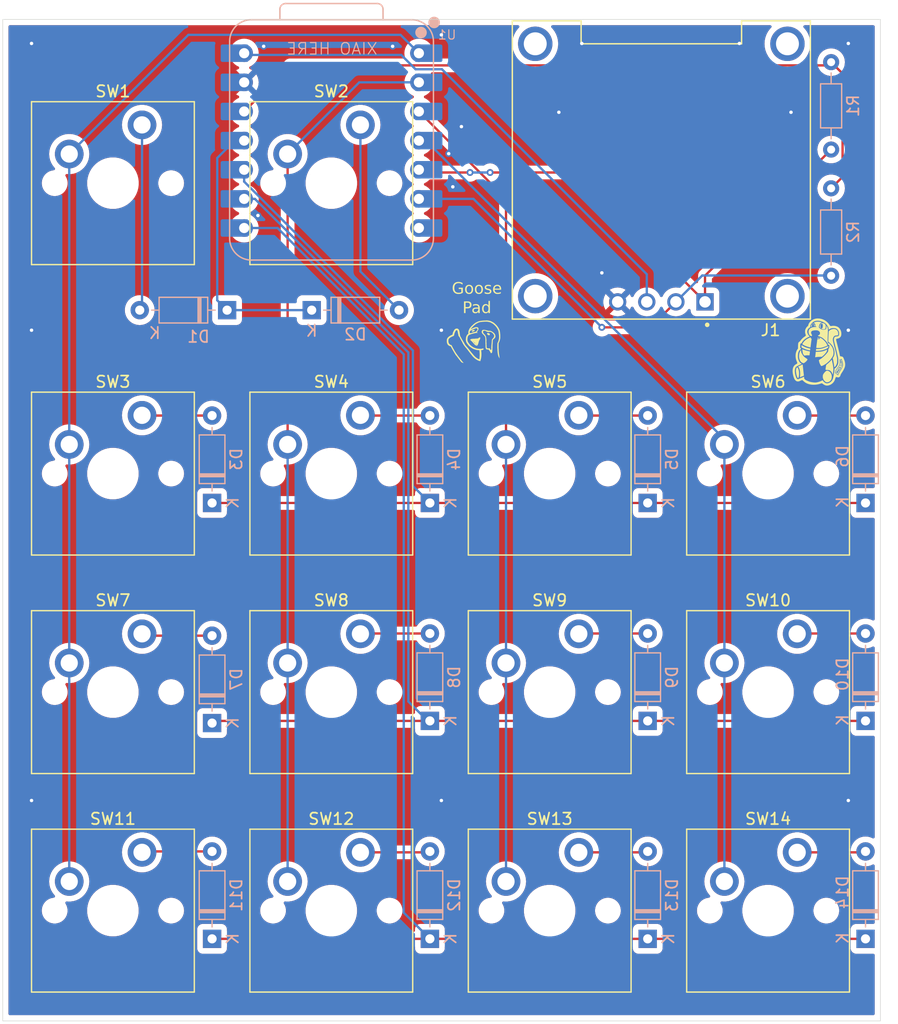
<source format=kicad_pcb>
(kicad_pcb (version 20240108) (generator "pcbnew") (generator_version "8.0")
  (layers (0 "F.Cu" signal) (31 "B.Cu" signal) (34 "B.Paste" user) (35 "F.Paste" user) (36 "B.SilkS" user "B.Silkscreen") (37 "F.SilkS" user "F.Silkscreen") (38 "B.Mask" user) (39 "F.Mask" user) (44 "Edge.Cuts" user))
  (net 0 "")
  (net 1 "ROW1")
  (net 2 "Net-(D1-A)")
  (net 3 "Net-(D2-A)")
  (net 4 "Net-(D3-A)")
  (net 5 "ROW2")
  (net 6 "Net-(D4-A)")
  (net 7 "Net-(D5-A)")
  (net 8 "Net-(D6-A)")
  (net 9 "Net-(D7-A)")
  (net 10 "ROW3")
  (net 11 "Net-(D8-A)")
  (net 12 "Net-(D9-A)")
  (net 13 "Net-(D10-A)")
  (net 14 "Net-(D11-A)")
  (net 15 "Net-(D12-A)")
  (net 16 "Net-(D13-A)")
  (net 17 "ROW0")
  (net 18 "Net-(D14-A)")
  (net 19 "+3V3")
  (net 20 "SCL")
  (net 21 "GND")
  (net 22 "SDA")
  (net 23 "COL0")
  (net 24 "COL1")
  (net 25 "COL2")
  (net 26 "COL3")
  (net 28 "+5V")
  (footprint "OLED:MODULE_DM-OLED096-636" (layer "F.Cu") (at 181.19 68.78 180)
    (property "Reference" "J1" (at -9.525 -13.97 0) (layer "F.SilkS"))
    (property "Value" "OLED_DISPLAY")
    (pad "1" thru_hole rect (at -3.81 -11.5 180) (size 1.508 1.508) (drill 1) (layers "*.Cu" "*.Mask") (net 22 "SDA"))
    (pad "2" thru_hole circle (at -1.27 -11.5 180) (size 1.508 1.508) (drill 1) (layers "*.Cu" "*.Mask") (net 20 "SCL"))
    (pad "3" thru_hole circle (at 1.27 -11.5 180) (size 1.508 1.508) (drill 1) (layers "*.Cu" "*.Mask") (net 28 "+5V"))
    (pad "4" thru_hole circle (at 3.81 -11.5 180) (size 1.508 1.508) (drill 1) (layers "*.Cu" "*.Mask") (net 21 "GND"))
    (pad "S1" thru_hole circle (at -11 -11 180) (size 3 3) (drill 2) (layers "*.Cu" "*.Mask"))
    (pad "S2" thru_hole circle (at 11 -11 180) (size 3 3) (drill 2) (layers "*.Cu" "*.Mask"))
    (pad "S3" thru_hole circle (at 11 11 180) (size 3 3) (drill 2) (layers "*.Cu" "*.Mask"))
    (pad "S4" thru_hole circle (at -11 11 180) (size 3 3) (drill 2) (layers "*.Cu" "*.Mask"))
  )
  (footprint "ScottoKeebs_MX:MX_PCB_1.00u" (layer "F.Cu") (at 171.45 95.25)
    (property "Reference" "SW5" (at 0 -8 0) (layer "F.SilkS"))
    (property "Value" "SW_Push_45deg")
    (pad "" np_thru_hole circle (at -5.08 0) (size 1.75 1.75) (drill 1.75) (layers "*.Cu" "*.Mask"))
    (pad "" np_thru_hole circle (at 0 0) (size 4 4) (drill 4) (layers "*.Cu" "*.Mask"))
    (pad "" np_thru_hole circle (at 5.08 0) (size 1.75 1.75) (drill 1.75) (layers "*.Cu" "*.Mask"))
    (pad "1" thru_hole circle (at -3.81 -2.54) (size 2.5 2.5) (drill 1.5) (layers "*.Cu" "*.Mask") (net 25 "COL2"))
    (pad "2" thru_hole circle (at 2.54 -5.08) (size 2.5 2.5) (drill 1.5) (layers "*.Cu" "*.Mask") (net 7 "Net-(D5-A)"))
  )
  (footprint "ScottoKeebs_MX:MX_PCB_1.00u" (layer "F.Cu") (at 133.35 69.93)
    (property "Reference" "SW1" (at 0 -8 0) (layer "F.SilkS"))
    (property "Value" "SW_Push_45deg")
    (pad "" np_thru_hole circle (at -5.08 0) (size 1.75 1.75) (drill 1.75) (layers "*.Cu" "*.Mask"))
    (pad "" np_thru_hole circle (at 0 0) (size 4 4) (drill 4) (layers "*.Cu" "*.Mask"))
    (pad "" np_thru_hole circle (at 5.08 0) (size 1.75 1.75) (drill 1.75) (layers "*.Cu" "*.Mask"))
    (pad "1" thru_hole circle (at -3.81 -2.54) (size 2.5 2.5) (drill 1.5) (layers "*.Cu" "*.Mask") (net 23 "COL0"))
    (pad "2" thru_hole circle (at 2.54 -5.08) (size 2.5 2.5) (drill 1.5) (layers "*.Cu" "*.Mask") (net 2 "Net-(D1-A)"))
  )
  (footprint "ScottoKeebs_MX:MX_PCB_1.00u" (layer "F.Cu") (at 190.5 114.3)
    (property "Reference" "SW10" (at 0 -8 0) (layer "F.SilkS"))
    (property "Value" "SW_Push_45deg")
    (pad "" np_thru_hole circle (at -5.08 0) (size 1.75 1.75) (drill 1.75) (layers "*.Cu" "*.Mask"))
    (pad "" np_thru_hole circle (at 0 0) (size 4 4) (drill 4) (layers "*.Cu" "*.Mask"))
    (pad "" np_thru_hole circle (at 5.08 0) (size 1.75 1.75) (drill 1.75) (layers "*.Cu" "*.Mask"))
    (pad "1" thru_hole circle (at -3.81 -2.54) (size 2.5 2.5) (drill 1.5) (layers "*.Cu" "*.Mask") (net 26 "COL3"))
    (pad "2" thru_hole circle (at 2.54 -5.08) (size 2.5 2.5) (drill 1.5) (layers "*.Cu" "*.Mask") (net 13 "Net-(D10-A)"))
  )
  (footprint "ScottoKeebs_MX:MX_PCB_1.00u" (layer "F.Cu") (at 133.35 114.3)
    (property "Reference" "SW7" (at 0 -8 0) (layer "F.SilkS"))
    (property "Value" "SW_Push_45deg")
    (pad "" np_thru_hole circle (at -5.08 0) (size 1.75 1.75) (drill 1.75) (layers "*.Cu" "*.Mask"))
    (pad "" np_thru_hole circle (at 0 0) (size 4 4) (drill 4) (layers "*.Cu" "*.Mask"))
    (pad "" np_thru_hole circle (at 5.08 0) (size 1.75 1.75) (drill 1.75) (layers "*.Cu" "*.Mask"))
    (pad "1" thru_hole circle (at -3.81 -2.54) (size 2.5 2.5) (drill 1.5) (layers "*.Cu" "*.Mask") (net 23 "COL0"))
    (pad "2" thru_hole circle (at 2.54 -5.08) (size 2.5 2.5) (drill 1.5) (layers "*.Cu" "*.Mask") (net 9 "Net-(D7-A)"))
  )
  (footprint "ScottoKeebs_MX:MX_PCB_1.00u" (layer "F.Cu") (at 152.4 133.35)
    (property "Reference" "SW12" (at 0 -8 0) (layer "F.SilkS"))
    (property "Value" "SW_Push_45deg")
    (pad "" np_thru_hole circle (at -5.08 0) (size 1.75 1.75) (drill 1.75) (layers "*.Cu" "*.Mask"))
    (pad "" np_thru_hole circle (at 0 0) (size 4 4) (drill 4) (layers "*.Cu" "*.Mask"))
    (pad "" np_thru_hole circle (at 5.08 0) (size 1.75 1.75) (drill 1.75) (layers "*.Cu" "*.Mask"))
    (pad "1" thru_hole circle (at -3.81 -2.54) (size 2.5 2.5) (drill 1.5) (layers "*.Cu" "*.Mask") (net 24 "COL1"))
    (pad "2" thru_hole circle (at 2.54 -5.08) (size 2.5 2.5) (drill 1.5) (layers "*.Cu" "*.Mask") (net 15 "Net-(D12-A)"))
  )
  (footprint "LOGO" (layer "F.Cu") (at 194.93 84.65)
    (property "Reference" "G***" (hide yes))
    (property "Value" "LOGO" (hide yes))
  )
  (footprint "ScottoKeebs_MX:MX_PCB_1.00u" (layer "F.Cu") (at 190.5 95.25)
    (property "Reference" "SW6" (at 0 -8 0) (layer "F.SilkS"))
    (property "Value" "SW_Push_45deg")
    (pad "" np_thru_hole circle (at -5.08 0) (size 1.75 1.75) (drill 1.75) (layers "*.Cu" "*.Mask"))
    (pad "" np_thru_hole circle (at 0 0) (size 4 4) (drill 4) (layers "*.Cu" "*.Mask"))
    (pad "" np_thru_hole circle (at 5.08 0) (size 1.75 1.75) (drill 1.75) (layers "*.Cu" "*.Mask"))
    (pad "1" thru_hole circle (at -3.81 -2.54) (size 2.5 2.5) (drill 1.5) (layers "*.Cu" "*.Mask") (net 26 "COL3"))
    (pad "2" thru_hole circle (at 2.54 -5.08) (size 2.5 2.5) (drill 1.5) (layers "*.Cu" "*.Mask") (net 8 "Net-(D6-A)"))
  )
  (footprint "ScottoKeebs_MX:MX_PCB_1.00u" (layer "F.Cu") (at 152.4 95.25)
    (property "Reference" "SW4" (at 0 -8 0) (layer "F.SilkS"))
    (property "Value" "SW_Push_45deg")
    (pad "" np_thru_hole circle (at -5.08 0) (size 1.75 1.75) (drill 1.75) (layers "*.Cu" "*.Mask"))
    (pad "" np_thru_hole circle (at 0 0) (size 4 4) (drill 4) (layers "*.Cu" "*.Mask"))
    (pad "" np_thru_hole circle (at 5.08 0) (size 1.75 1.75) (drill 1.75) (layers "*.Cu" "*.Mask"))
    (pad "1" thru_hole circle (at -3.81 -2.54) (size 2.5 2.5) (drill 1.5) (layers "*.Cu" "*.Mask") (net 24 "COL1"))
    (pad "2" thru_hole circle (at 2.54 -5.08) (size 2.5 2.5) (drill 1.5) (layers "*.Cu" "*.Mask") (net 6 "Net-(D4-A)"))
  )
  (footprint "ScottoKeebs_MX:MX_PCB_1.00u" (layer "F.Cu") (at 133.35 95.25)
    (property "Reference" "SW3" (at 0 -8 0) (layer "F.SilkS"))
    (property "Value" "SW_Push_45deg")
    (pad "" np_thru_hole circle (at -5.08 0) (size 1.75 1.75) (drill 1.75) (layers "*.Cu" "*.Mask"))
    (pad "" np_thru_hole circle (at 0 0) (size 4 4) (drill 4) (layers "*.Cu" "*.Mask"))
    (pad "" np_thru_hole circle (at 5.08 0) (size 1.75 1.75) (drill 1.75) (layers "*.Cu" "*.Mask"))
    (pad "1" thru_hole circle (at -3.81 -2.54) (size 2.5 2.5) (drill 1.5) (layers "*.Cu" "*.Mask") (net 23 "COL0"))
    (pad "2" thru_hole circle (at 2.54 -5.08) (size 2.5 2.5) (drill 1.5) (layers "*.Cu" "*.Mask") (net 4 "Net-(D3-A)"))
  )
  (footprint "ScottoKeebs_MX:MX_PCB_1.00u" (layer "F.Cu") (at 171.45 133.35)
    (property "Reference" "SW13" (at 0 -8 0) (layer "F.SilkS"))
    (property "Value" "SW_Push_45deg")
    (pad "" np_thru_hole circle (at -5.08 0) (size 1.75 1.75) (drill 1.75) (layers "*.Cu" "*.Mask"))
    (pad "" np_thru_hole circle (at 0 0) (size 4 4) (drill 4) (layers "*.Cu" "*.Mask"))
    (pad "" np_thru_hole circle (at 5.08 0) (size 1.75 1.75) (drill 1.75) (layers "*.Cu" "*.Mask"))
    (pad "1" thru_hole circle (at -3.81 -2.54) (size 2.5 2.5) (drill 1.5) (layers "*.Cu" "*.Mask") (net 25 "COL2"))
    (pad "2" thru_hole circle (at 2.54 -5.08) (size 2.5 2.5) (drill 1.5) (layers "*.Cu" "*.Mask") (net 16 "Net-(D13-A)"))
  )
  (footprint "ScottoKeebs_MX:MX_PCB_1.00u" (layer "F.Cu") (at 171.45 114.3)
    (property "Reference" "SW9" (at 0 -8 0) (layer "F.SilkS"))
    (property "Value" "SW_Push_45deg")
    (pad "" np_thru_hole circle (at -5.08 0) (size 1.75 1.75) (drill 1.75) (layers "*.Cu" "*.Mask"))
    (pad "" np_thru_hole circle (at 0 0) (size 4 4) (drill 4) (layers "*.Cu" "*.Mask"))
    (pad "" np_thru_hole circle (at 5.08 0) (size 1.75 1.75) (drill 1.75) (layers "*.Cu" "*.Mask"))
    (pad "1" thru_hole circle (at -3.81 -2.54) (size 2.5 2.5) (drill 1.5) (layers "*.Cu" "*.Mask") (net 25 "COL2"))
    (pad "2" thru_hole circle (at 2.54 -5.08) (size 2.5 2.5) (drill 1.5) (layers "*.Cu" "*.Mask") (net 12 "Net-(D9-A)"))
  )
  (footprint "ScottoKeebs_MX:MX_PCB_1.00u" (layer "F.Cu") (at 133.35 133.35)
    (property "Reference" "SW11" (at 0 -8 0) (layer "F.SilkS"))
    (property "Value" "SW_Push_45deg")
    (pad "" np_thru_hole circle (at -5.08 0) (size 1.75 1.75) (drill 1.75) (layers "*.Cu" "*.Mask"))
    (pad "" np_thru_hole circle (at 0 0) (size 4 4) (drill 4) (layers "*.Cu" "*.Mask"))
    (pad "" np_thru_hole circle (at 5.08 0) (size 1.75 1.75) (drill 1.75) (layers "*.Cu" "*.Mask"))
    (pad "1" thru_hole circle (at -3.81 -2.54) (size 2.5 2.5) (drill 1.5) (layers "*.Cu" "*.Mask") (net 23 "COL0"))
    (pad "2" thru_hole circle (at 2.54 -5.08) (size 2.5 2.5) (drill 1.5) (layers "*.Cu" "*.Mask") (net 14 "Net-(D11-A)"))
  )
  (footprint "ScottoKeebs_MX:MX_PCB_1.00u" (layer "F.Cu") (at 190.5 133.35)
    (property "Reference" "SW14" (at 0 -8 0) (layer "F.SilkS"))
    (property "Value" "SW_Push_45deg")
    (pad "" np_thru_hole circle (at -5.08 0) (size 1.75 1.75) (drill 1.75) (layers "*.Cu" "*.Mask"))
    (pad "" np_thru_hole circle (at 0 0) (size 4 4) (drill 4) (layers "*.Cu" "*.Mask"))
    (pad "" np_thru_hole circle (at 5.08 0) (size 1.75 1.75) (drill 1.75) (layers "*.Cu" "*.Mask"))
    (pad "1" thru_hole circle (at -3.81 -2.54) (size 2.5 2.5) (drill 1.5) (layers "*.Cu" "*.Mask") (net 26 "COL3"))
    (pad "2" thru_hole circle (at 2.54 -5.08) (size 2.5 2.5) (drill 1.5) (layers "*.Cu" "*.Mask") (net 18 "Net-(D14-A)"))
  )
  (footprint "ScottoKeebs_MX:MX_PCB_1.00u" (layer "F.Cu") (at 152.4 114.3)
    (property "Reference" "SW8" (at 0 -8 0) (layer "F.SilkS"))
    (property "Value" "SW_Push_45deg")
    (pad "" np_thru_hole circle (at -5.08 0) (size 1.75 1.75) (drill 1.75) (layers "*.Cu" "*.Mask"))
    (pad "" np_thru_hole circle (at 0 0) (size 4 4) (drill 4) (layers "*.Cu" "*.Mask"))
    (pad "" np_thru_hole circle (at 5.08 0) (size 1.75 1.75) (drill 1.75) (layers "*.Cu" "*.Mask"))
    (pad "1" thru_hole circle (at -3.81 -2.54) (size 2.5 2.5) (drill 1.5) (layers "*.Cu" "*.Mask") (net 24 "COL1"))
    (pad "2" thru_hole circle (at 2.54 -5.08) (size 2.5 2.5) (drill 1.5) (layers "*.Cu" "*.Mask") (net 11 "Net-(D8-A)"))
  )
  (footprint "LOGO" (layer "F.Cu") (at 164.8 83.75)
    (property "Reference" "G***" (hide yes))
    (property "Value" "LOGO" (hide yes))
  )
  (footprint "ScottoKeebs_MX:MX_PCB_1.00u" (layer "F.Cu") (at 152.4 69.93)
    (property "Reference" "SW2" (at 0 -8 0) (layer "F.SilkS"))
    (property "Value" "SW_Push_45deg")
    (pad "" np_thru_hole circle (at -5.08 0) (size 1.75 1.75) (drill 1.75) (layers "*.Cu" "*.Mask"))
    (pad "" np_thru_hole circle (at 0 0) (size 4 4) (drill 4) (layers "*.Cu" "*.Mask"))
    (pad "" np_thru_hole circle (at 5.08 0) (size 1.75 1.75) (drill 1.75) (layers "*.Cu" "*.Mask"))
    (pad "1" thru_hole circle (at -3.81 -2.54) (size 2.5 2.5) (drill 1.5) (layers "*.Cu" "*.Mask") (net 24 "COL1"))
    (pad "2" thru_hole circle (at 2.54 -5.08) (size 2.5 2.5) (drill 1.5) (layers "*.Cu" "*.Mask") (net 3 "Net-(D2-A)"))
  )
  (footprint "Diode_THT:D_DO-35_SOD27_P7.62mm_Horizontal" (layer "B.Cu") (at 180 97.81 90)
    (property "Reference" "D5" (at 3.81 2.12 90) (layer "B.SilkS") (effects (justify mirror)))
    (property "Value" "1N4148")
    (fp_text user "K" (at 0 1.8 90) (layer "B.SilkS") (effects (justify mirror)))
    (pad "1" thru_hole rect (at 0 0 90) (size 1.6 1.6) (drill 0.8) (layers "*.Cu" "*.Mask") (net 1 "ROW1"))
    (pad "2" thru_hole oval (at 7.62 0 90) (size 1.6 1.6) (drill 0.8) (layers "*.Cu" "*.Mask") (net 7 "Net-(D5-A)"))
  )
  (footprint "Diode_THT:D_DO-35_SOD27_P7.62mm_Horizontal" (layer "B.Cu") (at 142 117 90)
    (property "Reference" "D7" (at 3.81 2.12 90) (layer "B.SilkS") (effects (justify mirror)))
    (property "Value" "1N4148")
    (fp_text user "K" (at 0 1.8 90) (layer "B.SilkS") (effects (justify mirror)))
    (pad "1" thru_hole rect (at 0 0 90) (size 1.6 1.6) (drill 0.8) (layers "*.Cu" "*.Mask") (net 5 "ROW2"))
    (pad "2" thru_hole oval (at 7.62 0 90) (size 1.6 1.6) (drill 0.8) (layers "*.Cu" "*.Mask") (net 9 "Net-(D7-A)"))
  )
  (footprint "Diode_THT:D_DO-35_SOD27_P7.62mm_Horizontal" (layer "B.Cu") (at 180 135.81 90)
    (property "Reference" "D13" (at 3.81 2.12 90) (layer "B.SilkS") (effects (justify mirror)))
    (property "Value" "1N4148")
    (fp_text user "K" (at 0 1.8 90) (layer "B.SilkS") (effects (justify mirror)))
    (pad "1" thru_hole rect (at 0 0 90) (size 1.6 1.6) (drill 0.8) (layers "*.Cu" "*.Mask") (net 10 "ROW3"))
    (pad "2" thru_hole oval (at 7.62 0 90) (size 1.6 1.6) (drill 0.8) (layers "*.Cu" "*.Mask") (net 16 "Net-(D13-A)"))
  )
  (footprint "Diode_THT:D_DO-35_SOD27_P7.62mm_Horizontal" (layer "B.Cu") (at 161 116.81 90)
    (property "Reference" "D8" (at 3.81 2.12 90) (layer "B.SilkS") (effects (justify mirror)))
    (property "Value" "1N4148")
    (fp_text user "K" (at 0 1.8 90) (layer "B.SilkS") (effects (justify mirror)))
    (pad "1" thru_hole rect (at 0 0 90) (size 1.6 1.6) (drill 0.8) (layers "*.Cu" "*.Mask") (net 5 "ROW2"))
    (pad "2" thru_hole oval (at 7.62 0 90) (size 1.6 1.6) (drill 0.8) (layers "*.Cu" "*.Mask") (net 11 "Net-(D8-A)"))
  )
  (footprint "Diode_THT:D_DO-35_SOD27_P7.62mm_Horizontal" (layer "B.Cu") (at 199 116.81 90)
    (property "Reference" "D10" (at 4.06 -2 90) (layer "B.SilkS") (effects (justify mirror)))
    (property "Value" "1N4148")
    (fp_text user "K" (at 0.06 -2 90) (layer "B.SilkS") (effects (justify mirror)))
    (pad "1" thru_hole rect (at 0 0 90) (size 1.6 1.6) (drill 0.8) (layers "*.Cu" "*.Mask") (net 5 "ROW2"))
    (pad "2" thru_hole oval (at 7.62 0 90) (size 1.6 1.6) (drill 0.8) (layers "*.Cu" "*.Mask") (net 13 "Net-(D10-A)"))
  )
  (footprint "Diode_THT:D_DO-35_SOD27_P7.62mm_Horizontal" (layer "B.Cu") (at 161 97.81 90)
    (property "Reference" "D4" (at 3.81 2.12 90) (layer "B.SilkS") (effects (justify mirror)))
    (property "Value" "1N4148")
    (fp_text user "K" (at 0 1.8 90) (layer "B.SilkS") (effects (justify mirror)))
    (pad "1" thru_hole rect (at 0 0 90) (size 1.6 1.6) (drill 0.8) (layers "*.Cu" "*.Mask") (net 1 "ROW1"))
    (pad "2" thru_hole oval (at 7.62 0 90) (size 1.6 1.6) (drill 0.8) (layers "*.Cu" "*.Mask") (net 6 "Net-(D4-A)"))
  )
  (footprint "Diode_THT:D_DO-35_SOD27_P7.62mm_Horizontal" (layer "B.Cu") (at 180 116.81 90)
    (property "Reference" "D9" (at 3.81 2.12 90) (layer "B.SilkS") (effects (justify mirror)))
    (property "Value" "1N4148")
    (fp_text user "K" (at 0 1.8 90) (layer "B.SilkS") (effects (justify mirror)))
    (pad "1" thru_hole rect (at 0 0 90) (size 1.6 1.6) (drill 0.8) (layers "*.Cu" "*.Mask") (net 5 "ROW2"))
    (pad "2" thru_hole oval (at 7.62 0 90) (size 1.6 1.6) (drill 0.8) (layers "*.Cu" "*.Mask") (net 12 "Net-(D9-A)"))
  )
  (footprint "Diode_THT:D_DO-35_SOD27_P7.62mm_Horizontal" (layer "B.Cu") (at 150.69 81)
    (property "Reference" "D2" (at 3.81 2.12 360) (layer "B.SilkS") (effects (justify mirror)))
    (property "Value" "1N4148")
    (fp_text user "K" (at 0 1.8 360) (layer "B.SilkS") (effects (justify mirror)))
    (pad "1" thru_hole rect (at 0 0) (size 1.6 1.6) (drill 0.8) (layers "*.Cu" "*.Mask") (net 17 "ROW0"))
    (pad "2" thru_hole oval (at 7.62 0) (size 1.6 1.6) (drill 0.8) (layers "*.Cu" "*.Mask") (net 3 "Net-(D2-A)"))
  )
  (footprint "Diode_THT:D_DO-35_SOD27_P7.62mm_Horizontal" (layer "B.Cu") (at 142 135.81 90)
    (property "Reference" "D11" (at 3.81 2.12 90) (layer "B.SilkS") (effects (justify mirror)))
    (property "Value" "1N4148")
    (fp_text user "K" (at 0 1.8 90) (layer "B.SilkS") (effects (justify mirror)))
    (pad "1" thru_hole rect (at 0 0 90) (size 1.6 1.6) (drill 0.8) (layers "*.Cu" "*.Mask") (net 10 "ROW3"))
    (pad "2" thru_hole oval (at 7.62 0 90) (size 1.6 1.6) (drill 0.8) (layers "*.Cu" "*.Mask") (net 14 "Net-(D11-A)"))
  )
  (footprint "Resistor_THT:R_Axial_DIN0204_L3.6mm_D1.6mm_P7.62mm_Horizontal" (layer "B.Cu") (at 196 67 90)
    (property "Reference" "R1" (at 3.81 1.92 90) (layer "B.SilkS") (effects (justify mirror)))
    (property "Value" "R")
    (pad "1" thru_hole circle (at 0 0 90) (size 1.4 1.4) (drill 0.7) (layers "*.Cu" "*.Mask") (net 22 "SDA"))
    (pad "2" thru_hole oval (at 7.62 0 90) (size 1.4 1.4) (drill 0.7) (layers "*.Cu" "*.Mask") (net 19 "+3V3"))
  )
  (footprint "Diode_THT:D_DO-35_SOD27_P7.62mm_Horizontal" (layer "B.Cu") (at 161 135.81 90)
    (property "Reference" "D12" (at 3.81 2.12 90) (layer "B.SilkS") (effects (justify mirror)))
    (property "Value" "1N4148")
    (fp_text user "K" (at 0 1.8 90) (layer "B.SilkS") (effects (justify mirror)))
    (pad "1" thru_hole rect (at 0 0 90) (size 1.6 1.6) (drill 0.8) (layers "*.Cu" "*.Mask") (net 10 "ROW3"))
    (pad "2" thru_hole oval (at 7.62 0 90) (size 1.6 1.6) (drill 0.8) (layers "*.Cu" "*.Mask") (net 15 "Net-(D12-A)"))
  )
  (footprint "Diode_THT:D_DO-35_SOD27_P7.62mm_Horizontal" (layer "B.Cu") (at 199 97.81 90)
    (property "Reference" "D6" (at 4.06 -2 90) (layer "B.SilkS") (effects (justify mirror)))
    (property "Value" "1N4148")
    (fp_text user "K" (at 0.06 -2 90) (layer "B.SilkS") (effects (justify mirror)))
    (pad "1" thru_hole rect (at 0 0 90) (size 1.6 1.6) (drill 0.8) (layers "*.Cu" "*.Mask") (net 1 "ROW1"))
    (pad "2" thru_hole oval (at 7.62 0 90) (size 1.6 1.6) (drill 0.8) (layers "*.Cu" "*.Mask") (net 8 "Net-(D6-A)"))
  )
  (footprint "XIAO:XIAO-RP2040-DIP" (layer "B.Cu") (at 152.42 66.22 180)
    (property "Reference" "U1" (at -10.08 9.22 0) (layer "B.SilkS") (effects (font (size 0.8 0.8) (thickness 0.1016)) (justify mirror)))
    (property "Value" "XIAO-RP2040-DIP")
    (pad "1" smd roundrect (at -8.455 7.62) (size 2.432 1.524) (layers "B.Cu" "B.Mask") (roundrect_rratio 0.1) (net 23 "COL0"))
    (pad "1" thru_hole circle (at -7.62 7.62) (size 1.524 1.524) (drill 0.889) (layers "*.Cu" "*.Mask") (net 23 "COL0"))
    (pad "2" smd roundrect (at -8.455 5.08) (size 2.432 1.524) (layers "B.Cu" "B.Mask") (roundrect_rratio 0.1) (net 24 "COL1"))
    (pad "2" thru_hole circle (at -7.62 5.08) (size 1.524 1.524) (drill 0.889) (layers "*.Cu" "*.Mask") (net 24 "COL1"))
    (pad "3" smd roundrect (at -8.455 2.54) (size 2.432 1.524) (layers "B.Cu" "B.Mask") (roundrect_rratio 0.1) (net 25 "COL2"))
    (pad "3" thru_hole circle (at -7.62 2.54) (size 1.524 1.524) (drill 0.889) (layers "*.Cu" "*.Mask") (net 25 "COL2"))
    (pad "4" smd roundrect (at -8.455 0) (size 2.432 1.524) (layers "B.Cu" "B.Mask") (roundrect_rratio 0.1) (net 26 "COL3"))
    (pad "4" thru_hole circle (at -7.62 0) (size 1.524 1.524) (drill 0.889) (layers "*.Cu" "*.Mask") (net 26 "COL3"))
    (pad "5" smd roundrect (at -8.455 -2.54) (size 2.432 1.524) (layers "B.Cu" "B.Mask") (roundrect_rratio 0.1) (net 22 "SDA"))
    (pad "5" thru_hole circle (at -7.62 -2.54) (size 1.524 1.524) (drill 0.889) (layers "*.Cu" "*.Mask") (net 22 "SDA"))
    (pad "6" smd roundrect (at -8.455 -5.08) (size 2.432 1.524) (layers "B.Cu" "B.Mask") (roundrect_rratio 0.1) (net 20 "SCL"))
    (pad "6" thru_hole circle (at -7.62 -5.08) (size 1.524 1.524) (drill 0.889) (layers "*.Cu" "*.Mask") (net 20 "SCL"))
    (pad "7" smd roundrect (at -8.455 -7.62) (size 2.432 1.524) (layers "B.Cu" "B.Mask") (roundrect_rratio 0.1))
    (pad "7" thru_hole circle (at -7.62 -7.62) (size 1.524 1.524) (drill 0.889) (layers "*.Cu" "*.Mask"))
    (pad "8" thru_hole circle (at 7.62 -7.62 180) (size 1.524 1.524) (drill 0.889) (layers "*.Cu" "*.Mask") (net 10 "ROW3"))
    (pad "8" smd roundrect (at 8.455 -7.62 180) (size 2.432 1.524) (layers "B.Cu" "B.Mask") (roundrect_rratio 0.1) (net 10 "ROW3"))
    (pad "9" thru_hole circle (at 7.62 -5.08 180) (size 1.524 1.524) (drill 0.889) (layers "*.Cu" "*.Mask") (net 5 "ROW2"))
    (pad "9" smd roundrect (at 8.455 -5.08 180) (size 2.432 1.524) (layers "B.Cu" "B.Mask") (roundrect_rratio 0.1) (net 5 "ROW2"))
    (pad "10" thru_hole circle (at 7.62 -2.54 180) (size 1.524 1.524) (drill 0.889) (layers "*.Cu" "*.Mask") (net 1 "ROW1"))
    (pad "10" smd roundrect (at 8.455 -2.54 180) (size 2.432 1.524) (layers "B.Cu" "B.Mask") (roundrect_rratio 0.1) (net 1 "ROW1"))
    (pad "11" thru_hole circle (at 7.62 0 180) (size 1.524 1.524) (drill 0.889) (layers "*.Cu" "*.Mask") (net 17 "ROW0"))
    (pad "11" smd roundrect (at 8.455 0 180) (size 2.432 1.524) (layers "B.Cu" "B.Mask") (roundrect_rratio 0.1) (net 17 "ROW0"))
    (pad "12" thru_hole circle (at 7.62 2.54 180) (size 1.524 1.524) (drill 0.889) (layers "*.Cu" "*.Mask") (net 19 "+3V3"))
    (pad "12" smd roundrect (at 8.455 2.54 180) (size 2.432 1.524) (layers "B.Cu" "B.Mask") (roundrect_rratio 0.1) (net 19 "+3V3"))
    (pad "13" thru_hole circle (at 7.62 5.08 180) (size 1.524 1.524) (drill 0.889) (layers "*.Cu" "*.Mask") (net 21 "GND"))
    (pad "13" smd roundrect (at 8.455 5.08 180) (size 2.432 1.524) (layers "B.Cu" "B.Mask") (roundrect_rratio 0.1) (net 21 "GND"))
    (pad "14" thru_hole circle (at 7.62 7.62 180) (size 1.524 1.524) (drill 0.889) (layers "*.Cu" "*.Mask") (net 28 "+5V"))
    (pad "14" smd roundrect (at 8.455 7.62 180) (size 2.432 1.524) (layers "B.Cu" "B.Mask") (roundrect_rratio 0.1) (net 28 "+5V"))
  )
  (footprint "Diode_THT:D_DO-35_SOD27_P7.62mm_Horizontal" (layer "B.Cu") (at 142 97.81 90)
    (property "Reference" "D3" (at 3.81 2.12 90) (layer "B.SilkS") (effects (justify mirror)))
    (property "Value" "1N4148")
    (fp_text user "K" (at 0 1.8 90) (layer "B.SilkS") (effects (justify mirror)))
    (pad "1" thru_hole rect (at 0 0 90) (size 1.6 1.6) (drill 0.8) (layers "*.Cu" "*.Mask") (net 1 "ROW1"))
    (pad "2" thru_hole oval (at 7.62 0 90) (size 1.6 1.6) (drill 0.8) (layers "*.Cu" "*.Mask") (net 4 "Net-(D3-A)"))
  )
  (footprint "Resistor_THT:R_Axial_DIN0204_L3.6mm_D1.6mm_P7.62mm_Horizontal" (layer "B.Cu") (at 196 78 90)
    (property "Reference" "R2" (at 3.81 1.92 90) (layer "B.SilkS") (effects (justify mirror)))
    (property "Value" "R")
    (pad "1" thru_hole circle (at 0 0 90) (size 1.4 1.4) (drill 0.7) (layers "*.Cu" "*.Mask") (net 20 "SCL"))
    (pad "2" thru_hole oval (at 7.62 0 90) (size 1.4 1.4) (drill 0.7) (layers "*.Cu" "*.Mask") (net 19 "+3V3"))
  )
  (footprint "Diode_THT:D_DO-35_SOD27_P7.62mm_Horizontal" (layer "B.Cu") (at 199 135.81 90)
    (property "Reference" "D14" (at 4.06 -2 90) (layer "B.SilkS") (effects (justify mirror)))
    (property "Value" "1N4148")
    (fp_text user "K" (at 0.06 -2 90) (layer "B.SilkS") (effects (justify mirror)))
    (pad "1" thru_hole rect (at 0 0 90) (size 1.6 1.6) (drill 0.8) (layers "*.Cu" "*.Mask") (net 10 "ROW3"))
    (pad "2" thru_hole oval (at 7.62 0 90) (size 1.6 1.6) (drill 0.8) (layers "*.Cu" "*.Mask") (net 18 "Net-(D14-A)"))
  )
  (footprint "Diode_THT:D_DO-35_SOD27_P7.62mm_Horizontal" (layer "B.Cu") (at 143.31 81 180)
    (property "Reference" "D1" (at 2.5 -2.32 180) (layer "B.SilkS") (effects (justify mirror)))
    (property "Value" "1N4148")
    (fp_text user "K" (at 6.31 -2 180) (layer "B.SilkS") (effects (justify mirror)))
    (pad "1" thru_hole rect (at 0 0 180) (size 1.6 1.6) (drill 0.8) (layers "*.Cu" "*.Mask") (net 17 "ROW0"))
    (pad "2" thru_hole oval (at 7.62 0 180) (size 1.6 1.6) (drill 0.8) (layers "*.Cu" "*.Mask") (net 2 "Net-(D1-A)"))
  )
  (gr_rect (start 123.7406 55.66) (end 200.3006 142.965) (stroke (width 0.05)) (fill none) (layer "Edge.Cuts"))
  (gr_text "XIAO HERE" (at 156.5 58.8 0) (layer "B.SilkS") (effects (font (size 1 1) (thickness 0.1)) (justify left bottom mirror)))
  (gr_text "Goose\nPad" (at 165.1 80 0) (layer "F.SilkS") (effects (font (size 1 1) (thickness 0.1))))
  (segment (start 161 97.81) (end 180 97.81) (width 0.2) (layer "F.Cu") (net 1))
  (segment (start 142 97.81) (end 161 97.81) (width 0.2) (layer "F.Cu") (net 1))
  (segment (start 180 97.81) (end 199 97.81) (width 0.2) (layer "F.Cu") (net 1))
  (segment (start 148 73) (end 148 72.998105) (width 0.2) (layer "B.Cu") (net 1))
  (segment (start 159.52 96.33) (end 161 97.81) (width 0.2) (layer "B.Cu") (net 1))
  (segment (start 144.8 69.798105) (end 144.8 68.76) (width 0.2) (layer "B.Cu") (net 1))
  (segment (start 148 72.998105) (end 144.8 69.798105) (width 0.2) (layer "B.Cu") (net 1))
  (segment (start 159.52 84.52) (end 159.52 96.33) (width 0.2) (layer "B.Cu") (net 1))
  (segment (start 148 73) (end 159.52 84.52) (width 0.2) (layer "B.Cu") (net 1))
  (segment (start 135.69 81) (end 135.89 80.8) (width 0.2) (layer "B.Cu") (net 2))
  (segment (start 135.89 80.8) (end 135.89 64.85) (width 0.2) (layer "B.Cu") (net 2))
  (segment (start 158.31 81) (end 154.94 77.63) (width 0.2) (layer "B.Cu") (net 3))
  (segment (start 154.94 77.63) (end 154.94 64.85) (width 0.2) (layer "B.Cu") (net 3))
  (segment (start 135.91 90.19) (end 135.89 90.17) (width 0.2) (layer "F.Cu") (net 4))
  (segment (start 142 90.19) (end 135.91 90.19) (width 0.2) (layer "F.Cu") (net 4))
  (segment (start 180 116.81) (end 161 116.81) (width 0.2) (layer "F.Cu") (net 5))
  (segment (start 199 116.81) (end 180 116.81) (width 0.2) (layer "F.Cu") (net 5))
  (segment (start 142.19 116.81) (end 142 117) (width 0.2) (layer "F.Cu") (net 5))
  (segment (start 161 116.81) (end 142.19 116.81) (width 0.2) (layer "F.Cu") (net 5))
  (segment (start 145.734314 71.3) (end 144.8 71.3) (width 0.2) (layer "B.Cu") (net 5))
  (segment (start 161 116.81) (end 160.81 116.81) (width 0.2) (layer "B.Cu") (net 5))
  (segment (start 160.81 116.81) (end 159.12 115.12) (width 0.2) (layer "B.Cu") (net 5))
  (segment (start 159.12 115.12) (end 159.12 84.685686) (width 0.2) (layer "B.Cu") (net 5))
  (segment (start 159.12 84.685686) (end 145.734314 71.3) (width 0.2) (layer "B.Cu") (net 5))
  (segment (start 161 90.19) (end 154.96 90.19) (width 0.2) (layer "F.Cu") (net 6))
  (segment (start 154.96 90.19) (end 154.94 90.17) (width 0.2) (layer "F.Cu") (net 6))
  (segment (start 174.01 90.19) (end 173.99 90.17) (width 0.2) (layer "F.Cu") (net 7))
  (segment (start 180 90.19) (end 174.01 90.19) (width 0.2) (layer "F.Cu") (net 7))
  (segment (start 193.06 90.19) (end 193.04 90.17) (width 0.2) (layer "F.Cu") (net 8))
  (segment (start 199 90.19) (end 193.06 90.19) (width 0.2) (layer "F.Cu") (net 8))
  (segment (start 136.05 109.38) (end 135.89 109.22) (width 0.2) (layer "F.Cu") (net 9))
  (segment (start 142 109.38) (end 136.05 109.38) (width 0.2) (layer "F.Cu") (net 9))
  (segment (start 161 135.81) (end 180 135.81) (width 0.2) (layer "F.Cu") (net 10))
  (segment (start 142 135.81) (end 161 135.81) (width 0.2) (layer "F.Cu") (net 10))
  (segment (start 180 135.81) (end 199 135.81) (width 0.2) (layer "F.Cu") (net 10))
  (segment (start 158.72 84.851372) (end 158.72 133.53) (width 0.2) (layer "B.Cu") (net 10))
  (segment (start 144.8 73.84) (end 147.708628 73.84) (width 0.2) (layer "B.Cu") (net 10))
  (segment (start 158.72 133.53) (end 161 135.81) (width 0.2) (layer "B.Cu") (net 10))
  (segment (start 147.708628 73.84) (end 158.72 84.851372) (width 0.2) (layer "B.Cu") (net 10))
  (segment (start 161 109.19) (end 154.97 109.19) (width 0.2) (layer "F.Cu") (net 11))
  (segment (start 154.97 109.19) (end 154.94 109.22) (width 0.2) (layer "F.Cu") (net 11))
  (segment (start 180 109.19) (end 174.02 109.19) (width 0.2) (layer "F.Cu") (net 12))
  (segment (start 174.02 109.19) (end 173.99 109.22) (width 0.2) (layer "F.Cu") (net 12))
  (segment (start 193.07 109.19) (end 193.04 109.22) (width 0.2) (layer "F.Cu") (net 13))
  (segment (start 199 109.19) (end 193.07 109.19) (width 0.2) (layer "F.Cu") (net 13))
  (segment (start 142 128.19) (end 135.97 128.19) (width 0.2) (layer "F.Cu") (net 14))
  (segment (start 135.97 128.19) (end 135.89 128.27) (width 0.2) (layer "F.Cu") (net 14))
  (segment (start 160.92 128.27) (end 161 128.19) (width 0.2) (layer "F.Cu") (net 15))
  (segment (start 154.94 128.27) (end 160.92 128.27) (width 0.2) (layer "F.Cu") (net 15))
  (segment (start 179.92 128.27) (end 180 128.19) (width 0.2) (layer "F.Cu") (net 16))
  (segment (start 173.99 128.27) (end 179.92 128.27) (width 0.2) (layer "F.Cu") (net 16))
  (segment (start 142.449 80.139) (end 142.449 67.736) (width 0.2) (layer "B.Cu") (net 17))
  (segment (start 143.31 81) (end 142.449 80.139) (width 0.2) (layer "B.Cu") (net 17))
  (segment (start 142.449 67.736) (end 143.965 66.22) (width 0.2) (layer "B.Cu") (net 17))
  (segment (start 143.965 66.22) (end 144.8 66.22) (width 0.2) (layer "B.Cu") (net 17))
  (segment (start 143.31 81) (end 150.69 81) (width 0.2) (layer "B.Cu") (net 17))
  (segment (start 193.04 128.27) (end 198.92 128.27) (width 0.2) (layer "F.Cu") (net 18))
  (segment (start 198.92 128.27) (end 199 128.19) (width 0.2) (layer "F.Cu") (net 18))
  (segment (start 195.718 59.662) (end 148.818 59.662) (width 0.2) (layer "F.Cu") (net 19))
  (segment (start 196 59.38) (end 195.718 59.662) (width 0.2) (layer "F.Cu") (net 19))
  (segment (start 197 60.38) (end 196 59.38) (width 0.2) (layer "F.Cu") (net 19))
  (segment (start 148.818 59.662) (end 144.8 63.68) (width 0.2) (layer "F.Cu") (net 19))
  (segment (start 196 70.38) (end 197 69.38) (width 0.2) (layer "F.Cu") (net 19))
  (segment (start 197 69.38) (end 197 60.38) (width 0.2) (layer "F.Cu") (net 19))
  (segment (start 176 82.5) (end 180.24 82.5) (width 0.2) (layer "F.Cu") (net 20))
  (segment (start 182.46 80.28) (end 180.24 82.5) (width 0.2) (layer "F.Cu") (net 20))
  (via (at 176 82.5) (size 0.6) (drill 0.3) (layers "F.Cu" "B.Cu") (net 20))
  (segment (start 176 82.5) (end 164.8 71.3) (width 0.2) (layer "B.Cu") (net 20))
  (segment (start 195.98 77.98) (end 196 78) (width 0.2) (layer "B.Cu") (net 20))
  (segment (start 184.76 77.98) (end 195.98 77.98) (width 0.2) (layer "B.Cu") (net 20))
  (segment (start 182.46 80.28) (end 184.76 77.98) (width 0.2) (layer "B.Cu") (net 20))
  (segment (start 164.8 71.3) (end 160.04 71.3) (width 0.2) (layer "B.Cu") (net 20))
  (via (at 192.5 63.75) (size 0.6) (drill 0.3) (layers "F.Cu" "B.Cu") (net 21))
  (via (at 197.5 82.75) (size 0.6) (drill 0.3) (layers "F.Cu" "B.Cu") (net 21))
  (via (at 197.5 57.75) (size 0.6) (drill 0.3) (layers "F.Cu" "B.Cu") (net 21))
  (via (at 126.25 57.75) (size 0.6) (drill 0.3) (layers "F.Cu" "B.Cu") (net 21))
  (via (at 157.75 58) (size 0.6) (drill 0.3) (layers "F.Cu" "B.Cu") (net 21))
  (via (at 126.25 82.75) (size 0.6) (drill 0.3) (layers "F.Cu" "B.Cu") (net 21))
  (via (at 188 57.75) (size 0.6) (drill 0.3) (layers "F.Cu" "B.Cu") (net 21))
  (via (at 163.75 65) (size 0.6) (drill 0.3) (layers "F.Cu" "B.Cu") (net 21))
  (via (at 197.5 123.75) (size 0.6) (drill 0.3) (layers "F.Cu" "B.Cu") (net 21))
  (via (at 126.25 123.75) (size 0.6) (drill 0.3) (layers "F.Cu" "B.Cu") (net 21))
  (via (at 146.5 58) (size 0.6) (drill 0.3) (layers "F.Cu" "B.Cu") (net 21))
  (via (at 162.640372 67.359628) (size 0.6) (drill 0.3) (layers "F.Cu" "B.Cu") (net 21))
  (via (at 162 82.75) (size 0.6) (drill 0.3) (layers "F.Cu" "B.Cu") (net 21))
  (via (at 163 70.25) (size 0.6) (drill 0.3) (layers "F.Cu" "B.Cu") (net 21))
  (via (at 172.25 63.75) (size 0.6) (drill 0.3) (layers "F.Cu" "B.Cu") (net 21))
  (via (at 162 123.75) (size 0.6) (drill 0.3) (layers "F.Cu" "B.Cu") (net 21))
  (via (at 176 77.75) (size 0.6) (drill 0.3) (layers "F.Cu" "B.Cu") (net 21))
  (via (at 146 72.75) (size 0.6) (drill 0.3) (layers "F.Cu" "B.Cu") (net 21))
  (via (at 162 57) (size 0.6) (drill 0.3) (layers "F.Cu" "B.Cu") (net 21))
  (via (at 174.25 57.75) (size 0.6) (drill 0.3) (layers "F.Cu" "B.Cu") (net 21))
  (segment (start 160.28 69) (end 160.04 68.76) (width 0.2) (layer "F.Cu") (net 22))
  (segment (start 185 78) (end 185 80.28) (width 0.2) (layer "F.Cu") (net 22))
  (segment (start 164.5 69) (end 160.28 69) (width 0.2) (layer "F.Cu") (net 22))
  (segment (start 166.25 69) (end 173.72 69) (width 0.2) (layer "F.Cu") (net 22))
  (segment (start 173.72 69) (end 185 80.28) (width 0.2) (layer "F.Cu") (net 22))
  (segment (start 185 78) (end 196 67) (width 0.2) (layer "F.Cu") (net 22))
  (via (at 164.5 69) (size 0.6) (drill 0.3) (layers "F.Cu" "B.Cu") (net 22))
  (via (at 166.25 69) (size 0.6) (drill 0.3) (layers "F.Cu" "B.Cu") (net 22))
  (segment (start 164.5 69) (end 166.25 69) (width 0.2) (layer "B.Cu") (net 22))
  (segment (start 139.93 57) (end 158.44 57) (width 0.2) (layer "B.Cu") (net 23))
  (segment (start 129.54 92.71) (end 129.54 111.76) (width 0.2) (layer "B.Cu") (net 23))
  (segment (start 129.54 111.76) (end 129.54 130.81) (width 0.2) (layer "B.Cu") (net 23))
  (segment (start 129.54 67.39) (end 139.93 57) (width 0.2) (layer "B.Cu") (net 23))
  (segment (start 158.44 57) (end 160.04 58.6) (width 0.2) (layer "B.Cu") (net 23))
  (segment (start 129.54 67.39) (end 129.54 92.71) (width 0.2) (layer "B.Cu") (net 23))
  (segment (start 148.59 92.71) (end 148.59 67.39) (width 0.2) (layer "F.Cu") (net 24))
  (segment (start 148.59 130.81) (end 148.59 111.76) (width 0.2) (layer "B.Cu") (net 24))
  (segment (start 148.59 67.39) (end 154.84 61.14) (width 0.2) (layer "B.Cu") (net 24))
  (segment (start 154.84 61.14) (end 160.04 61.14) (width 0.2) (layer "B.Cu") (net 24))
  (segment (start 148.59 92.71) (end 148.59 111.76) (width 0.2) (layer "B.Cu") (net 24))
  (segment (start 167.64 71.28) (end 160.04 63.68) (width 0.2) (layer "F.Cu") (net 25))
  (segment (start 167.64 92.71) (end 167.64 71.28) (width 0.2) (layer "F.Cu") (net 25))
  (segment (start 167.64 111.76) (end 167.64 130.81) (width 0.2) (layer "B.Cu") (net 25))
  (segment (start 167.64 92.71) (end 167.64 111.76) (width 0.2) (layer "B.Cu") (net 25))
  (segment (start 186.69 130.81) (end 186.69 111.76) (width 0.2) (layer "B.Cu") (net 26))
  (segment (start 160.652214 66.22) (end 160.04 66.22) (width 0.2) (layer "B.Cu") (net 26))
  (segment (start 186.69 111.76) (end 186.69 92.71) (width 0.2) (layer "B.Cu") (net 26))
  (segment (start 186.69 92.257786) (end 160.652214 66.22) (width 0.2) (layer "B.Cu") (net 26))
  (segment (start 186.69 92.71) (end 186.69 92.257786) (width 0.2) (layer "B.Cu") (net 26))
  (segment (start 179.92 80.28) (end 179.92 77.867786) (width 0.2) (layer "B.Cu") (net 28))
  (segment (start 158.5 58.75) (end 144.95 58.75) (width 0.2) (layer "B.Cu") (net 28))
  (segment (start 179.92 77.867786) (end 162.052214 60) (width 0.2) (layer "B.Cu") (net 28))
  (segment (start 144.95 58.75) (end 144.8 58.6) (width 0.2) (layer "B.Cu") (net 28))
  (segment (start 159.75 60) (end 158.5 58.75) (width 0.2) (layer "B.Cu") (net 28))
  (segment (start 162.052214 60) (end 159.75 60) (width 0.2) (layer "B.Cu") (net 28))
  (zone (net 21) (net_name "GND") (layers "F&B.Cu") (connect_pads (clearance 0.5)) (min_thickness 0.25) (fill yes (thermal_gap 0.5) (thermal_bridge_width 0.5))
    (polygon (pts (xy 200.5 55.5) (xy 200.5 143.25) (xy 123.5 143.25) (xy 123.5 55.5)))
  )
)
</source>
